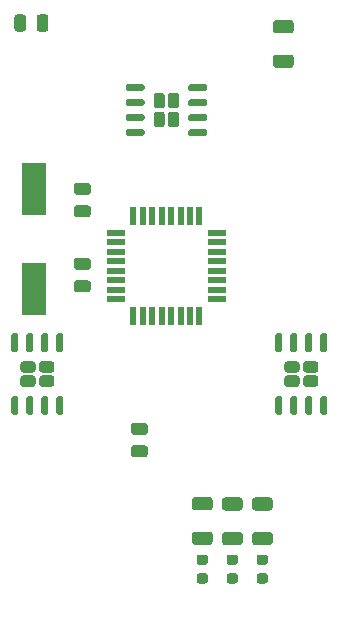
<source format=gbr>
%TF.GenerationSoftware,KiCad,Pcbnew,5.1.9+dfsg1-1*%
%TF.CreationDate,2021-11-12T22:38:19+01:00*%
%TF.ProjectId,motor_board_v2,6d6f746f-725f-4626-9f61-72645f76322e,rev?*%
%TF.SameCoordinates,Original*%
%TF.FileFunction,Paste,Top*%
%TF.FilePolarity,Positive*%
%FSLAX46Y46*%
G04 Gerber Fmt 4.6, Leading zero omitted, Abs format (unit mm)*
G04 Created by KiCad (PCBNEW 5.1.9+dfsg1-1) date 2021-11-12 22:38:19*
%MOMM*%
%LPD*%
G01*
G04 APERTURE LIST*
%ADD10R,1.600000X0.550000*%
%ADD11R,0.550000X1.600000*%
%ADD12R,2.000000X4.500000*%
G04 APERTURE END LIST*
%TO.C,C2*%
G36*
G01*
X196776000Y-38387000D02*
X196776000Y-39337000D01*
G75*
G02*
X196526000Y-39587000I-250000J0D01*
G01*
X196026000Y-39587000D01*
G75*
G02*
X195776000Y-39337000I0J250000D01*
G01*
X195776000Y-38387000D01*
G75*
G02*
X196026000Y-38137000I250000J0D01*
G01*
X196526000Y-38137000D01*
G75*
G02*
X196776000Y-38387000I0J-250000D01*
G01*
G37*
G36*
G01*
X194876000Y-38387000D02*
X194876000Y-39337000D01*
G75*
G02*
X194626000Y-39587000I-250000J0D01*
G01*
X194126000Y-39587000D01*
G75*
G02*
X193876000Y-39337000I0J250000D01*
G01*
X193876000Y-38387000D01*
G75*
G02*
X194126000Y-38137000I250000J0D01*
G01*
X194626000Y-38137000D01*
G75*
G02*
X194876000Y-38387000I0J-250000D01*
G01*
G37*
%TD*%
%TO.C,C3*%
G36*
G01*
X199169000Y-52398000D02*
X200119000Y-52398000D01*
G75*
G02*
X200369000Y-52648000I0J-250000D01*
G01*
X200369000Y-53148000D01*
G75*
G02*
X200119000Y-53398000I-250000J0D01*
G01*
X199169000Y-53398000D01*
G75*
G02*
X198919000Y-53148000I0J250000D01*
G01*
X198919000Y-52648000D01*
G75*
G02*
X199169000Y-52398000I250000J0D01*
G01*
G37*
G36*
G01*
X199169000Y-54298000D02*
X200119000Y-54298000D01*
G75*
G02*
X200369000Y-54548000I0J-250000D01*
G01*
X200369000Y-55048000D01*
G75*
G02*
X200119000Y-55298000I-250000J0D01*
G01*
X199169000Y-55298000D01*
G75*
G02*
X198919000Y-55048000I0J250000D01*
G01*
X198919000Y-54548000D01*
G75*
G02*
X199169000Y-54298000I250000J0D01*
G01*
G37*
%TD*%
%TO.C,C4*%
G36*
G01*
X200119000Y-59748000D02*
X199169000Y-59748000D01*
G75*
G02*
X198919000Y-59498000I0J250000D01*
G01*
X198919000Y-58998000D01*
G75*
G02*
X199169000Y-58748000I250000J0D01*
G01*
X200119000Y-58748000D01*
G75*
G02*
X200369000Y-58998000I0J-250000D01*
G01*
X200369000Y-59498000D01*
G75*
G02*
X200119000Y-59748000I-250000J0D01*
G01*
G37*
G36*
G01*
X200119000Y-61648000D02*
X199169000Y-61648000D01*
G75*
G02*
X198919000Y-61398000I0J250000D01*
G01*
X198919000Y-60898000D01*
G75*
G02*
X199169000Y-60648000I250000J0D01*
G01*
X200119000Y-60648000D01*
G75*
G02*
X200369000Y-60898000I0J-250000D01*
G01*
X200369000Y-61398000D01*
G75*
G02*
X200119000Y-61648000I-250000J0D01*
G01*
G37*
%TD*%
%TO.C,C6*%
G36*
G01*
X204945000Y-73718000D02*
X203995000Y-73718000D01*
G75*
G02*
X203745000Y-73468000I0J250000D01*
G01*
X203745000Y-72968000D01*
G75*
G02*
X203995000Y-72718000I250000J0D01*
G01*
X204945000Y-72718000D01*
G75*
G02*
X205195000Y-72968000I0J-250000D01*
G01*
X205195000Y-73468000D01*
G75*
G02*
X204945000Y-73718000I-250000J0D01*
G01*
G37*
G36*
G01*
X204945000Y-75618000D02*
X203995000Y-75618000D01*
G75*
G02*
X203745000Y-75368000I0J250000D01*
G01*
X203745000Y-74868000D01*
G75*
G02*
X203995000Y-74618000I250000J0D01*
G01*
X204945000Y-74618000D01*
G75*
G02*
X205195000Y-74868000I0J-250000D01*
G01*
X205195000Y-75368000D01*
G75*
G02*
X204945000Y-75618000I-250000J0D01*
G01*
G37*
%TD*%
%TO.C,R1*%
G36*
G01*
X216036999Y-38615000D02*
X217287001Y-38615000D01*
G75*
G02*
X217537000Y-38864999I0J-249999D01*
G01*
X217537000Y-39490001D01*
G75*
G02*
X217287001Y-39740000I-249999J0D01*
G01*
X216036999Y-39740000D01*
G75*
G02*
X215787000Y-39490001I0J249999D01*
G01*
X215787000Y-38864999D01*
G75*
G02*
X216036999Y-38615000I249999J0D01*
G01*
G37*
G36*
G01*
X216036999Y-41540000D02*
X217287001Y-41540000D01*
G75*
G02*
X217537000Y-41789999I0J-249999D01*
G01*
X217537000Y-42415001D01*
G75*
G02*
X217287001Y-42665000I-249999J0D01*
G01*
X216036999Y-42665000D01*
G75*
G02*
X215787000Y-42415001I0J249999D01*
G01*
X215787000Y-41789999D01*
G75*
G02*
X216036999Y-41540000I249999J0D01*
G01*
G37*
%TD*%
D10*
%TO.C,U1*%
X202506000Y-56636000D03*
X202506000Y-57436000D03*
X202506000Y-58236000D03*
X202506000Y-59036000D03*
X202506000Y-59836000D03*
X202506000Y-60636000D03*
X202506000Y-61436000D03*
X202506000Y-62236000D03*
D11*
X203956000Y-63686000D03*
X204756000Y-63686000D03*
X205556000Y-63686000D03*
X206356000Y-63686000D03*
X207156000Y-63686000D03*
X207956000Y-63686000D03*
X208756000Y-63686000D03*
X209556000Y-63686000D03*
D10*
X211006000Y-62236000D03*
X211006000Y-61436000D03*
X211006000Y-60636000D03*
X211006000Y-59836000D03*
X211006000Y-59036000D03*
X211006000Y-58236000D03*
X211006000Y-57436000D03*
X211006000Y-56636000D03*
D11*
X209556000Y-55186000D03*
X208756000Y-55186000D03*
X207956000Y-55186000D03*
X207156000Y-55186000D03*
X206356000Y-55186000D03*
X205556000Y-55186000D03*
X204756000Y-55186000D03*
X203956000Y-55186000D03*
%TD*%
%TO.C,U2*%
G36*
G01*
X194079000Y-72030000D02*
X193779000Y-72030000D01*
G75*
G02*
X193629000Y-71880000I0J150000D01*
G01*
X193629000Y-70580000D01*
G75*
G02*
X193779000Y-70430000I150000J0D01*
G01*
X194079000Y-70430000D01*
G75*
G02*
X194229000Y-70580000I0J-150000D01*
G01*
X194229000Y-71880000D01*
G75*
G02*
X194079000Y-72030000I-150000J0D01*
G01*
G37*
G36*
G01*
X195349000Y-72030000D02*
X195049000Y-72030000D01*
G75*
G02*
X194899000Y-71880000I0J150000D01*
G01*
X194899000Y-70580000D01*
G75*
G02*
X195049000Y-70430000I150000J0D01*
G01*
X195349000Y-70430000D01*
G75*
G02*
X195499000Y-70580000I0J-150000D01*
G01*
X195499000Y-71880000D01*
G75*
G02*
X195349000Y-72030000I-150000J0D01*
G01*
G37*
G36*
G01*
X196619000Y-72030000D02*
X196319000Y-72030000D01*
G75*
G02*
X196169000Y-71880000I0J150000D01*
G01*
X196169000Y-70580000D01*
G75*
G02*
X196319000Y-70430000I150000J0D01*
G01*
X196619000Y-70430000D01*
G75*
G02*
X196769000Y-70580000I0J-150000D01*
G01*
X196769000Y-71880000D01*
G75*
G02*
X196619000Y-72030000I-150000J0D01*
G01*
G37*
G36*
G01*
X197889000Y-72030000D02*
X197589000Y-72030000D01*
G75*
G02*
X197439000Y-71880000I0J150000D01*
G01*
X197439000Y-70580000D01*
G75*
G02*
X197589000Y-70430000I150000J0D01*
G01*
X197889000Y-70430000D01*
G75*
G02*
X198039000Y-70580000I0J-150000D01*
G01*
X198039000Y-71880000D01*
G75*
G02*
X197889000Y-72030000I-150000J0D01*
G01*
G37*
G36*
G01*
X197889000Y-66730000D02*
X197589000Y-66730000D01*
G75*
G02*
X197439000Y-66580000I0J150000D01*
G01*
X197439000Y-65280000D01*
G75*
G02*
X197589000Y-65130000I150000J0D01*
G01*
X197889000Y-65130000D01*
G75*
G02*
X198039000Y-65280000I0J-150000D01*
G01*
X198039000Y-66580000D01*
G75*
G02*
X197889000Y-66730000I-150000J0D01*
G01*
G37*
G36*
G01*
X196619000Y-66730000D02*
X196319000Y-66730000D01*
G75*
G02*
X196169000Y-66580000I0J150000D01*
G01*
X196169000Y-65280000D01*
G75*
G02*
X196319000Y-65130000I150000J0D01*
G01*
X196619000Y-65130000D01*
G75*
G02*
X196769000Y-65280000I0J-150000D01*
G01*
X196769000Y-66580000D01*
G75*
G02*
X196619000Y-66730000I-150000J0D01*
G01*
G37*
G36*
G01*
X195349000Y-66730000D02*
X195049000Y-66730000D01*
G75*
G02*
X194899000Y-66580000I0J150000D01*
G01*
X194899000Y-65280000D01*
G75*
G02*
X195049000Y-65130000I150000J0D01*
G01*
X195349000Y-65130000D01*
G75*
G02*
X195499000Y-65280000I0J-150000D01*
G01*
X195499000Y-66580000D01*
G75*
G02*
X195349000Y-66730000I-150000J0D01*
G01*
G37*
G36*
G01*
X194079000Y-66730000D02*
X193779000Y-66730000D01*
G75*
G02*
X193629000Y-66580000I0J150000D01*
G01*
X193629000Y-65280000D01*
G75*
G02*
X193779000Y-65130000I150000J0D01*
G01*
X194079000Y-65130000D01*
G75*
G02*
X194229000Y-65280000I0J-150000D01*
G01*
X194229000Y-66580000D01*
G75*
G02*
X194079000Y-66730000I-150000J0D01*
G01*
G37*
G36*
G01*
X195436500Y-69665000D02*
X194631500Y-69665000D01*
G75*
G02*
X194389000Y-69422500I0J242500D01*
G01*
X194389000Y-68937500D01*
G75*
G02*
X194631500Y-68695000I242500J0D01*
G01*
X195436500Y-68695000D01*
G75*
G02*
X195679000Y-68937500I0J-242500D01*
G01*
X195679000Y-69422500D01*
G75*
G02*
X195436500Y-69665000I-242500J0D01*
G01*
G37*
G36*
G01*
X197036500Y-69665000D02*
X196231500Y-69665000D01*
G75*
G02*
X195989000Y-69422500I0J242500D01*
G01*
X195989000Y-68937500D01*
G75*
G02*
X196231500Y-68695000I242500J0D01*
G01*
X197036500Y-68695000D01*
G75*
G02*
X197279000Y-68937500I0J-242500D01*
G01*
X197279000Y-69422500D01*
G75*
G02*
X197036500Y-69665000I-242500J0D01*
G01*
G37*
G36*
G01*
X195436500Y-68465000D02*
X194631500Y-68465000D01*
G75*
G02*
X194389000Y-68222500I0J242500D01*
G01*
X194389000Y-67737500D01*
G75*
G02*
X194631500Y-67495000I242500J0D01*
G01*
X195436500Y-67495000D01*
G75*
G02*
X195679000Y-67737500I0J-242500D01*
G01*
X195679000Y-68222500D01*
G75*
G02*
X195436500Y-68465000I-242500J0D01*
G01*
G37*
G36*
G01*
X197036500Y-68465000D02*
X196231500Y-68465000D01*
G75*
G02*
X195989000Y-68222500I0J242500D01*
G01*
X195989000Y-67737500D01*
G75*
G02*
X196231500Y-67495000I242500J0D01*
G01*
X197036500Y-67495000D01*
G75*
G02*
X197279000Y-67737500I0J-242500D01*
G01*
X197279000Y-68222500D01*
G75*
G02*
X197036500Y-68465000I-242500J0D01*
G01*
G37*
%TD*%
%TO.C,U3*%
G36*
G01*
X206871000Y-47430500D02*
X206871000Y-46625500D01*
G75*
G02*
X207113500Y-46383000I242500J0D01*
G01*
X207598500Y-46383000D01*
G75*
G02*
X207841000Y-46625500I0J-242500D01*
G01*
X207841000Y-47430500D01*
G75*
G02*
X207598500Y-47673000I-242500J0D01*
G01*
X207113500Y-47673000D01*
G75*
G02*
X206871000Y-47430500I0J242500D01*
G01*
G37*
G36*
G01*
X206871000Y-45830500D02*
X206871000Y-45025500D01*
G75*
G02*
X207113500Y-44783000I242500J0D01*
G01*
X207598500Y-44783000D01*
G75*
G02*
X207841000Y-45025500I0J-242500D01*
G01*
X207841000Y-45830500D01*
G75*
G02*
X207598500Y-46073000I-242500J0D01*
G01*
X207113500Y-46073000D01*
G75*
G02*
X206871000Y-45830500I0J242500D01*
G01*
G37*
G36*
G01*
X205671000Y-47430500D02*
X205671000Y-46625500D01*
G75*
G02*
X205913500Y-46383000I242500J0D01*
G01*
X206398500Y-46383000D01*
G75*
G02*
X206641000Y-46625500I0J-242500D01*
G01*
X206641000Y-47430500D01*
G75*
G02*
X206398500Y-47673000I-242500J0D01*
G01*
X205913500Y-47673000D01*
G75*
G02*
X205671000Y-47430500I0J242500D01*
G01*
G37*
G36*
G01*
X205671000Y-45830500D02*
X205671000Y-45025500D01*
G75*
G02*
X205913500Y-44783000I242500J0D01*
G01*
X206398500Y-44783000D01*
G75*
G02*
X206641000Y-45025500I0J-242500D01*
G01*
X206641000Y-45830500D01*
G75*
G02*
X206398500Y-46073000I-242500J0D01*
G01*
X205913500Y-46073000D01*
G75*
G02*
X205671000Y-45830500I0J242500D01*
G01*
G37*
G36*
G01*
X208606000Y-44473000D02*
X208606000Y-44173000D01*
G75*
G02*
X208756000Y-44023000I150000J0D01*
G01*
X210056000Y-44023000D01*
G75*
G02*
X210206000Y-44173000I0J-150000D01*
G01*
X210206000Y-44473000D01*
G75*
G02*
X210056000Y-44623000I-150000J0D01*
G01*
X208756000Y-44623000D01*
G75*
G02*
X208606000Y-44473000I0J150000D01*
G01*
G37*
G36*
G01*
X208606000Y-45743000D02*
X208606000Y-45443000D01*
G75*
G02*
X208756000Y-45293000I150000J0D01*
G01*
X210056000Y-45293000D01*
G75*
G02*
X210206000Y-45443000I0J-150000D01*
G01*
X210206000Y-45743000D01*
G75*
G02*
X210056000Y-45893000I-150000J0D01*
G01*
X208756000Y-45893000D01*
G75*
G02*
X208606000Y-45743000I0J150000D01*
G01*
G37*
G36*
G01*
X208606000Y-47013000D02*
X208606000Y-46713000D01*
G75*
G02*
X208756000Y-46563000I150000J0D01*
G01*
X210056000Y-46563000D01*
G75*
G02*
X210206000Y-46713000I0J-150000D01*
G01*
X210206000Y-47013000D01*
G75*
G02*
X210056000Y-47163000I-150000J0D01*
G01*
X208756000Y-47163000D01*
G75*
G02*
X208606000Y-47013000I0J150000D01*
G01*
G37*
G36*
G01*
X208606000Y-48283000D02*
X208606000Y-47983000D01*
G75*
G02*
X208756000Y-47833000I150000J0D01*
G01*
X210056000Y-47833000D01*
G75*
G02*
X210206000Y-47983000I0J-150000D01*
G01*
X210206000Y-48283000D01*
G75*
G02*
X210056000Y-48433000I-150000J0D01*
G01*
X208756000Y-48433000D01*
G75*
G02*
X208606000Y-48283000I0J150000D01*
G01*
G37*
G36*
G01*
X203306000Y-48283000D02*
X203306000Y-47983000D01*
G75*
G02*
X203456000Y-47833000I150000J0D01*
G01*
X204756000Y-47833000D01*
G75*
G02*
X204906000Y-47983000I0J-150000D01*
G01*
X204906000Y-48283000D01*
G75*
G02*
X204756000Y-48433000I-150000J0D01*
G01*
X203456000Y-48433000D01*
G75*
G02*
X203306000Y-48283000I0J150000D01*
G01*
G37*
G36*
G01*
X203306000Y-47013000D02*
X203306000Y-46713000D01*
G75*
G02*
X203456000Y-46563000I150000J0D01*
G01*
X204756000Y-46563000D01*
G75*
G02*
X204906000Y-46713000I0J-150000D01*
G01*
X204906000Y-47013000D01*
G75*
G02*
X204756000Y-47163000I-150000J0D01*
G01*
X203456000Y-47163000D01*
G75*
G02*
X203306000Y-47013000I0J150000D01*
G01*
G37*
G36*
G01*
X203306000Y-45743000D02*
X203306000Y-45443000D01*
G75*
G02*
X203456000Y-45293000I150000J0D01*
G01*
X204756000Y-45293000D01*
G75*
G02*
X204906000Y-45443000I0J-150000D01*
G01*
X204906000Y-45743000D01*
G75*
G02*
X204756000Y-45893000I-150000J0D01*
G01*
X203456000Y-45893000D01*
G75*
G02*
X203306000Y-45743000I0J150000D01*
G01*
G37*
G36*
G01*
X203306000Y-44473000D02*
X203306000Y-44173000D01*
G75*
G02*
X203456000Y-44023000I150000J0D01*
G01*
X204756000Y-44023000D01*
G75*
G02*
X204906000Y-44173000I0J-150000D01*
G01*
X204906000Y-44473000D01*
G75*
G02*
X204756000Y-44623000I-150000J0D01*
G01*
X203456000Y-44623000D01*
G75*
G02*
X203306000Y-44473000I0J150000D01*
G01*
G37*
%TD*%
%TO.C,U4*%
G36*
G01*
X219941000Y-65130000D02*
X220241000Y-65130000D01*
G75*
G02*
X220391000Y-65280000I0J-150000D01*
G01*
X220391000Y-66580000D01*
G75*
G02*
X220241000Y-66730000I-150000J0D01*
G01*
X219941000Y-66730000D01*
G75*
G02*
X219791000Y-66580000I0J150000D01*
G01*
X219791000Y-65280000D01*
G75*
G02*
X219941000Y-65130000I150000J0D01*
G01*
G37*
G36*
G01*
X218671000Y-65130000D02*
X218971000Y-65130000D01*
G75*
G02*
X219121000Y-65280000I0J-150000D01*
G01*
X219121000Y-66580000D01*
G75*
G02*
X218971000Y-66730000I-150000J0D01*
G01*
X218671000Y-66730000D01*
G75*
G02*
X218521000Y-66580000I0J150000D01*
G01*
X218521000Y-65280000D01*
G75*
G02*
X218671000Y-65130000I150000J0D01*
G01*
G37*
G36*
G01*
X217401000Y-65130000D02*
X217701000Y-65130000D01*
G75*
G02*
X217851000Y-65280000I0J-150000D01*
G01*
X217851000Y-66580000D01*
G75*
G02*
X217701000Y-66730000I-150000J0D01*
G01*
X217401000Y-66730000D01*
G75*
G02*
X217251000Y-66580000I0J150000D01*
G01*
X217251000Y-65280000D01*
G75*
G02*
X217401000Y-65130000I150000J0D01*
G01*
G37*
G36*
G01*
X216131000Y-65130000D02*
X216431000Y-65130000D01*
G75*
G02*
X216581000Y-65280000I0J-150000D01*
G01*
X216581000Y-66580000D01*
G75*
G02*
X216431000Y-66730000I-150000J0D01*
G01*
X216131000Y-66730000D01*
G75*
G02*
X215981000Y-66580000I0J150000D01*
G01*
X215981000Y-65280000D01*
G75*
G02*
X216131000Y-65130000I150000J0D01*
G01*
G37*
G36*
G01*
X216131000Y-70430000D02*
X216431000Y-70430000D01*
G75*
G02*
X216581000Y-70580000I0J-150000D01*
G01*
X216581000Y-71880000D01*
G75*
G02*
X216431000Y-72030000I-150000J0D01*
G01*
X216131000Y-72030000D01*
G75*
G02*
X215981000Y-71880000I0J150000D01*
G01*
X215981000Y-70580000D01*
G75*
G02*
X216131000Y-70430000I150000J0D01*
G01*
G37*
G36*
G01*
X217401000Y-70430000D02*
X217701000Y-70430000D01*
G75*
G02*
X217851000Y-70580000I0J-150000D01*
G01*
X217851000Y-71880000D01*
G75*
G02*
X217701000Y-72030000I-150000J0D01*
G01*
X217401000Y-72030000D01*
G75*
G02*
X217251000Y-71880000I0J150000D01*
G01*
X217251000Y-70580000D01*
G75*
G02*
X217401000Y-70430000I150000J0D01*
G01*
G37*
G36*
G01*
X218671000Y-70430000D02*
X218971000Y-70430000D01*
G75*
G02*
X219121000Y-70580000I0J-150000D01*
G01*
X219121000Y-71880000D01*
G75*
G02*
X218971000Y-72030000I-150000J0D01*
G01*
X218671000Y-72030000D01*
G75*
G02*
X218521000Y-71880000I0J150000D01*
G01*
X218521000Y-70580000D01*
G75*
G02*
X218671000Y-70430000I150000J0D01*
G01*
G37*
G36*
G01*
X219941000Y-70430000D02*
X220241000Y-70430000D01*
G75*
G02*
X220391000Y-70580000I0J-150000D01*
G01*
X220391000Y-71880000D01*
G75*
G02*
X220241000Y-72030000I-150000J0D01*
G01*
X219941000Y-72030000D01*
G75*
G02*
X219791000Y-71880000I0J150000D01*
G01*
X219791000Y-70580000D01*
G75*
G02*
X219941000Y-70430000I150000J0D01*
G01*
G37*
G36*
G01*
X218583500Y-67495000D02*
X219388500Y-67495000D01*
G75*
G02*
X219631000Y-67737500I0J-242500D01*
G01*
X219631000Y-68222500D01*
G75*
G02*
X219388500Y-68465000I-242500J0D01*
G01*
X218583500Y-68465000D01*
G75*
G02*
X218341000Y-68222500I0J242500D01*
G01*
X218341000Y-67737500D01*
G75*
G02*
X218583500Y-67495000I242500J0D01*
G01*
G37*
G36*
G01*
X216983500Y-67495000D02*
X217788500Y-67495000D01*
G75*
G02*
X218031000Y-67737500I0J-242500D01*
G01*
X218031000Y-68222500D01*
G75*
G02*
X217788500Y-68465000I-242500J0D01*
G01*
X216983500Y-68465000D01*
G75*
G02*
X216741000Y-68222500I0J242500D01*
G01*
X216741000Y-67737500D01*
G75*
G02*
X216983500Y-67495000I242500J0D01*
G01*
G37*
G36*
G01*
X218583500Y-68695000D02*
X219388500Y-68695000D01*
G75*
G02*
X219631000Y-68937500I0J-242500D01*
G01*
X219631000Y-69422500D01*
G75*
G02*
X219388500Y-69665000I-242500J0D01*
G01*
X218583500Y-69665000D01*
G75*
G02*
X218341000Y-69422500I0J242500D01*
G01*
X218341000Y-68937500D01*
G75*
G02*
X218583500Y-68695000I242500J0D01*
G01*
G37*
G36*
G01*
X216983500Y-68695000D02*
X217788500Y-68695000D01*
G75*
G02*
X218031000Y-68937500I0J-242500D01*
G01*
X218031000Y-69422500D01*
G75*
G02*
X217788500Y-69665000I-242500J0D01*
G01*
X216983500Y-69665000D01*
G75*
G02*
X216741000Y-69422500I0J242500D01*
G01*
X216741000Y-68937500D01*
G75*
G02*
X216983500Y-68695000I242500J0D01*
G01*
G37*
%TD*%
D12*
%TO.C,Y1*%
X195580000Y-52900000D03*
X195580000Y-61400000D03*
%TD*%
%TO.C,5V*%
G36*
G01*
X212600250Y-86315000D02*
X212087750Y-86315000D01*
G75*
G02*
X211869000Y-86096250I0J218750D01*
G01*
X211869000Y-85658750D01*
G75*
G02*
X212087750Y-85440000I218750J0D01*
G01*
X212600250Y-85440000D01*
G75*
G02*
X212819000Y-85658750I0J-218750D01*
G01*
X212819000Y-86096250D01*
G75*
G02*
X212600250Y-86315000I-218750J0D01*
G01*
G37*
G36*
G01*
X212600250Y-84740000D02*
X212087750Y-84740000D01*
G75*
G02*
X211869000Y-84521250I0J218750D01*
G01*
X211869000Y-84083750D01*
G75*
G02*
X212087750Y-83865000I218750J0D01*
G01*
X212600250Y-83865000D01*
G75*
G02*
X212819000Y-84083750I0J-218750D01*
G01*
X212819000Y-84521250D01*
G75*
G02*
X212600250Y-84740000I-218750J0D01*
G01*
G37*
%TD*%
%TO.C,12V*%
G36*
G01*
X215140250Y-84740000D02*
X214627750Y-84740000D01*
G75*
G02*
X214409000Y-84521250I0J218750D01*
G01*
X214409000Y-84083750D01*
G75*
G02*
X214627750Y-83865000I218750J0D01*
G01*
X215140250Y-83865000D01*
G75*
G02*
X215359000Y-84083750I0J-218750D01*
G01*
X215359000Y-84521250D01*
G75*
G02*
X215140250Y-84740000I-218750J0D01*
G01*
G37*
G36*
G01*
X215140250Y-86315000D02*
X214627750Y-86315000D01*
G75*
G02*
X214409000Y-86096250I0J218750D01*
G01*
X214409000Y-85658750D01*
G75*
G02*
X214627750Y-85440000I218750J0D01*
G01*
X215140250Y-85440000D01*
G75*
G02*
X215359000Y-85658750I0J-218750D01*
G01*
X215359000Y-86096250D01*
G75*
G02*
X215140250Y-86315000I-218750J0D01*
G01*
G37*
%TD*%
%TO.C,ST*%
G36*
G01*
X210060250Y-86315000D02*
X209547750Y-86315000D01*
G75*
G02*
X209329000Y-86096250I0J218750D01*
G01*
X209329000Y-85658750D01*
G75*
G02*
X209547750Y-85440000I218750J0D01*
G01*
X210060250Y-85440000D01*
G75*
G02*
X210279000Y-85658750I0J-218750D01*
G01*
X210279000Y-86096250D01*
G75*
G02*
X210060250Y-86315000I-218750J0D01*
G01*
G37*
G36*
G01*
X210060250Y-84740000D02*
X209547750Y-84740000D01*
G75*
G02*
X209329000Y-84521250I0J218750D01*
G01*
X209329000Y-84083750D01*
G75*
G02*
X209547750Y-83865000I218750J0D01*
G01*
X210060250Y-83865000D01*
G75*
G02*
X210279000Y-84083750I0J-218750D01*
G01*
X210279000Y-84521250D01*
G75*
G02*
X210060250Y-84740000I-218750J0D01*
G01*
G37*
%TD*%
%TO.C,R2*%
G36*
G01*
X211718999Y-79020001D02*
X212969001Y-79020001D01*
G75*
G02*
X213219000Y-79270000I0J-249999D01*
G01*
X213219000Y-79895002D01*
G75*
G02*
X212969001Y-80145001I-249999J0D01*
G01*
X211718999Y-80145001D01*
G75*
G02*
X211469000Y-79895002I0J249999D01*
G01*
X211469000Y-79270000D01*
G75*
G02*
X211718999Y-79020001I249999J0D01*
G01*
G37*
G36*
G01*
X211718999Y-81945001D02*
X212969001Y-81945001D01*
G75*
G02*
X213219000Y-82195000I0J-249999D01*
G01*
X213219000Y-82820002D01*
G75*
G02*
X212969001Y-83070001I-249999J0D01*
G01*
X211718999Y-83070001D01*
G75*
G02*
X211469000Y-82820002I0J249999D01*
G01*
X211469000Y-82195000D01*
G75*
G02*
X211718999Y-81945001I249999J0D01*
G01*
G37*
%TD*%
%TO.C,R3*%
G36*
G01*
X214258999Y-81945001D02*
X215509001Y-81945001D01*
G75*
G02*
X215759000Y-82195000I0J-249999D01*
G01*
X215759000Y-82820002D01*
G75*
G02*
X215509001Y-83070001I-249999J0D01*
G01*
X214258999Y-83070001D01*
G75*
G02*
X214009000Y-82820002I0J249999D01*
G01*
X214009000Y-82195000D01*
G75*
G02*
X214258999Y-81945001I249999J0D01*
G01*
G37*
G36*
G01*
X214258999Y-79020001D02*
X215509001Y-79020001D01*
G75*
G02*
X215759000Y-79270000I0J-249999D01*
G01*
X215759000Y-79895002D01*
G75*
G02*
X215509001Y-80145001I-249999J0D01*
G01*
X214258999Y-80145001D01*
G75*
G02*
X214009000Y-79895002I0J249999D01*
G01*
X214009000Y-79270000D01*
G75*
G02*
X214258999Y-79020001I249999J0D01*
G01*
G37*
%TD*%
%TO.C,R4*%
G36*
G01*
X209178999Y-79001000D02*
X210429001Y-79001000D01*
G75*
G02*
X210679000Y-79250999I0J-249999D01*
G01*
X210679000Y-79876001D01*
G75*
G02*
X210429001Y-80126000I-249999J0D01*
G01*
X209178999Y-80126000D01*
G75*
G02*
X208929000Y-79876001I0J249999D01*
G01*
X208929000Y-79250999D01*
G75*
G02*
X209178999Y-79001000I249999J0D01*
G01*
G37*
G36*
G01*
X209178999Y-81926000D02*
X210429001Y-81926000D01*
G75*
G02*
X210679000Y-82175999I0J-249999D01*
G01*
X210679000Y-82801001D01*
G75*
G02*
X210429001Y-83051000I-249999J0D01*
G01*
X209178999Y-83051000D01*
G75*
G02*
X208929000Y-82801001I0J249999D01*
G01*
X208929000Y-82175999D01*
G75*
G02*
X209178999Y-81926000I249999J0D01*
G01*
G37*
%TD*%
M02*

</source>
